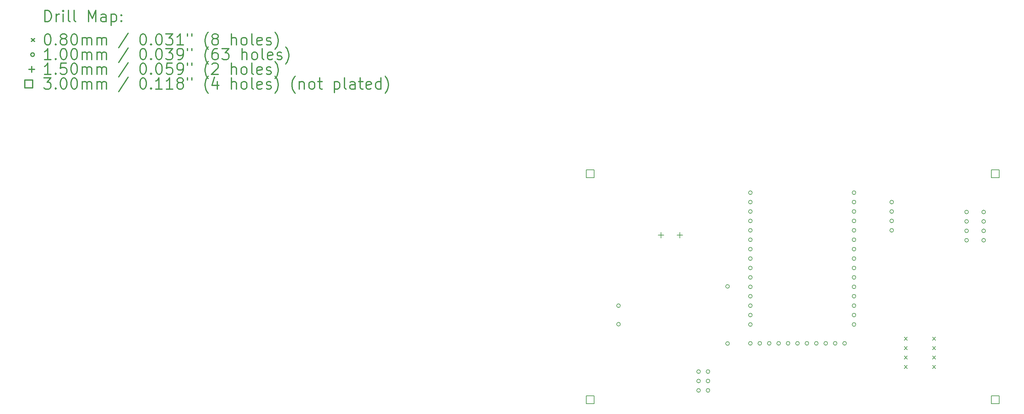
<source format=gbr>
%FSLAX45Y45*%
G04 Gerber Fmt 4.5, Leading zero omitted, Abs format (unit mm)*
G04 Created by KiCad (PCBNEW (5.1.2)-1) date 2019-05-13 00:48:16*
%MOMM*%
%LPD*%
G04 APERTURE LIST*
%ADD10C,0.200000*%
%ADD11C,0.300000*%
G04 APERTURE END LIST*
D10*
X23455000Y-8977000D02*
X23535000Y-9057000D01*
X23535000Y-8977000D02*
X23455000Y-9057000D01*
X23455000Y-9231000D02*
X23535000Y-9311000D01*
X23535000Y-9231000D02*
X23455000Y-9311000D01*
X23455000Y-9485000D02*
X23535000Y-9565000D01*
X23535000Y-9485000D02*
X23455000Y-9565000D01*
X23455000Y-9739000D02*
X23535000Y-9819000D01*
X23535000Y-9739000D02*
X23455000Y-9819000D01*
X24217000Y-8977000D02*
X24297000Y-9057000D01*
X24297000Y-8977000D02*
X24217000Y-9057000D01*
X24217000Y-9231000D02*
X24297000Y-9311000D01*
X24297000Y-9231000D02*
X24217000Y-9311000D01*
X24217000Y-9485000D02*
X24297000Y-9565000D01*
X24297000Y-9485000D02*
X24217000Y-9565000D01*
X24217000Y-9739000D02*
X24297000Y-9819000D01*
X24297000Y-9739000D02*
X24217000Y-9819000D01*
X22148000Y-5080000D02*
G75*
G03X22148000Y-5080000I-50000J0D01*
G01*
X22148000Y-5334000D02*
G75*
G03X22148000Y-5334000I-50000J0D01*
G01*
X22148000Y-5588000D02*
G75*
G03X22148000Y-5588000I-50000J0D01*
G01*
X22148000Y-5842000D02*
G75*
G03X22148000Y-5842000I-50000J0D01*
G01*
X22148000Y-6096000D02*
G75*
G03X22148000Y-6096000I-50000J0D01*
G01*
X22148000Y-6350000D02*
G75*
G03X22148000Y-6350000I-50000J0D01*
G01*
X22148000Y-6604000D02*
G75*
G03X22148000Y-6604000I-50000J0D01*
G01*
X22148000Y-6858000D02*
G75*
G03X22148000Y-6858000I-50000J0D01*
G01*
X22148000Y-7112000D02*
G75*
G03X22148000Y-7112000I-50000J0D01*
G01*
X22148000Y-7366000D02*
G75*
G03X22148000Y-7366000I-50000J0D01*
G01*
X22148000Y-7620000D02*
G75*
G03X22148000Y-7620000I-50000J0D01*
G01*
X22148000Y-7874000D02*
G75*
G03X22148000Y-7874000I-50000J0D01*
G01*
X22148000Y-8128000D02*
G75*
G03X22148000Y-8128000I-50000J0D01*
G01*
X22148000Y-8382000D02*
G75*
G03X22148000Y-8382000I-50000J0D01*
G01*
X22148000Y-8636000D02*
G75*
G03X22148000Y-8636000I-50000J0D01*
G01*
X19354000Y-9144000D02*
G75*
G03X19354000Y-9144000I-50000J0D01*
G01*
X19608000Y-9144000D02*
G75*
G03X19608000Y-9144000I-50000J0D01*
G01*
X19862000Y-9144000D02*
G75*
G03X19862000Y-9144000I-50000J0D01*
G01*
X20116000Y-9144000D02*
G75*
G03X20116000Y-9144000I-50000J0D01*
G01*
X20370000Y-9144000D02*
G75*
G03X20370000Y-9144000I-50000J0D01*
G01*
X20624000Y-9144000D02*
G75*
G03X20624000Y-9144000I-50000J0D01*
G01*
X20878000Y-9144000D02*
G75*
G03X20878000Y-9144000I-50000J0D01*
G01*
X21132000Y-9144000D02*
G75*
G03X21132000Y-9144000I-50000J0D01*
G01*
X21386000Y-9144000D02*
G75*
G03X21386000Y-9144000I-50000J0D01*
G01*
X21640000Y-9144000D02*
G75*
G03X21640000Y-9144000I-50000J0D01*
G01*
X21894000Y-9144000D02*
G75*
G03X21894000Y-9144000I-50000J0D01*
G01*
X17957000Y-9906000D02*
G75*
G03X17957000Y-9906000I-50000J0D01*
G01*
X17957000Y-10160000D02*
G75*
G03X17957000Y-10160000I-50000J0D01*
G01*
X17957000Y-10414000D02*
G75*
G03X17957000Y-10414000I-50000J0D01*
G01*
X18211000Y-9906000D02*
G75*
G03X18211000Y-9906000I-50000J0D01*
G01*
X18211000Y-10160000D02*
G75*
G03X18211000Y-10160000I-50000J0D01*
G01*
X18211000Y-10414000D02*
G75*
G03X18211000Y-10414000I-50000J0D01*
G01*
X25643300Y-5600700D02*
G75*
G03X25643300Y-5600700I-50000J0D01*
G01*
X25643300Y-5854700D02*
G75*
G03X25643300Y-5854700I-50000J0D01*
G01*
X25643300Y-6108700D02*
G75*
G03X25643300Y-6108700I-50000J0D01*
G01*
X25643300Y-6362700D02*
G75*
G03X25643300Y-6362700I-50000J0D01*
G01*
X23164000Y-5334000D02*
G75*
G03X23164000Y-5334000I-50000J0D01*
G01*
X23164000Y-5588000D02*
G75*
G03X23164000Y-5588000I-50000J0D01*
G01*
X23164000Y-5842000D02*
G75*
G03X23164000Y-5842000I-50000J0D01*
G01*
X23164000Y-6096000D02*
G75*
G03X23164000Y-6096000I-50000J0D01*
G01*
X19354000Y-5080000D02*
G75*
G03X19354000Y-5080000I-50000J0D01*
G01*
X19354000Y-5334000D02*
G75*
G03X19354000Y-5334000I-50000J0D01*
G01*
X19354000Y-5588000D02*
G75*
G03X19354000Y-5588000I-50000J0D01*
G01*
X19354000Y-5842000D02*
G75*
G03X19354000Y-5842000I-50000J0D01*
G01*
X19354000Y-6096000D02*
G75*
G03X19354000Y-6096000I-50000J0D01*
G01*
X19354000Y-6350000D02*
G75*
G03X19354000Y-6350000I-50000J0D01*
G01*
X19354000Y-6604000D02*
G75*
G03X19354000Y-6604000I-50000J0D01*
G01*
X19354000Y-6858000D02*
G75*
G03X19354000Y-6858000I-50000J0D01*
G01*
X19354000Y-7112000D02*
G75*
G03X19354000Y-7112000I-50000J0D01*
G01*
X19354000Y-7366000D02*
G75*
G03X19354000Y-7366000I-50000J0D01*
G01*
X19354000Y-7620000D02*
G75*
G03X19354000Y-7620000I-50000J0D01*
G01*
X19354000Y-7874000D02*
G75*
G03X19354000Y-7874000I-50000J0D01*
G01*
X19354000Y-8128000D02*
G75*
G03X19354000Y-8128000I-50000J0D01*
G01*
X19354000Y-8382000D02*
G75*
G03X19354000Y-8382000I-50000J0D01*
G01*
X19354000Y-8636000D02*
G75*
G03X19354000Y-8636000I-50000J0D01*
G01*
X25183300Y-5600700D02*
G75*
G03X25183300Y-5600700I-50000J0D01*
G01*
X25183300Y-5854700D02*
G75*
G03X25183300Y-5854700I-50000J0D01*
G01*
X25183300Y-6108700D02*
G75*
G03X25183300Y-6108700I-50000J0D01*
G01*
X25183300Y-6362700D02*
G75*
G03X25183300Y-6362700I-50000J0D01*
G01*
X15798000Y-8128000D02*
G75*
G03X15798000Y-8128000I-50000J0D01*
G01*
X15798000Y-8628000D02*
G75*
G03X15798000Y-8628000I-50000J0D01*
G01*
X18738000Y-7608000D02*
G75*
G03X18738000Y-7608000I-50000J0D01*
G01*
X18738000Y-9148000D02*
G75*
G03X18738000Y-9148000I-50000J0D01*
G01*
X16891000Y-6147943D02*
X16891000Y-6298057D01*
X16815943Y-6223000D02*
X16966057Y-6223000D01*
X17399000Y-6147943D02*
X17399000Y-6298057D01*
X17323943Y-6223000D02*
X17474057Y-6223000D01*
X26014067Y-10774067D02*
X26014067Y-10561933D01*
X25801933Y-10561933D01*
X25801933Y-10774067D01*
X26014067Y-10774067D01*
X26014067Y-4678067D02*
X26014067Y-4465933D01*
X25801933Y-4465933D01*
X25801933Y-4678067D01*
X26014067Y-4678067D01*
X15092067Y-10774067D02*
X15092067Y-10561933D01*
X14879933Y-10561933D01*
X14879933Y-10774067D01*
X15092067Y-10774067D01*
X15092067Y-4678067D02*
X15092067Y-4465933D01*
X14879933Y-4465933D01*
X14879933Y-4678067D01*
X15092067Y-4678067D01*
D11*
X286429Y-465714D02*
X286429Y-165714D01*
X357857Y-165714D01*
X400714Y-180000D01*
X429286Y-208571D01*
X443571Y-237143D01*
X457857Y-294286D01*
X457857Y-337143D01*
X443571Y-394286D01*
X429286Y-422857D01*
X400714Y-451428D01*
X357857Y-465714D01*
X286429Y-465714D01*
X586429Y-465714D02*
X586429Y-265714D01*
X586429Y-322857D02*
X600714Y-294286D01*
X615000Y-280000D01*
X643571Y-265714D01*
X672143Y-265714D01*
X772143Y-465714D02*
X772143Y-265714D01*
X772143Y-165714D02*
X757857Y-180000D01*
X772143Y-194286D01*
X786428Y-180000D01*
X772143Y-165714D01*
X772143Y-194286D01*
X957857Y-465714D02*
X929286Y-451428D01*
X915000Y-422857D01*
X915000Y-165714D01*
X1115000Y-465714D02*
X1086429Y-451428D01*
X1072143Y-422857D01*
X1072143Y-165714D01*
X1457857Y-465714D02*
X1457857Y-165714D01*
X1557857Y-380000D01*
X1657857Y-165714D01*
X1657857Y-465714D01*
X1929286Y-465714D02*
X1929286Y-308571D01*
X1915000Y-280000D01*
X1886428Y-265714D01*
X1829286Y-265714D01*
X1800714Y-280000D01*
X1929286Y-451428D02*
X1900714Y-465714D01*
X1829286Y-465714D01*
X1800714Y-451428D01*
X1786428Y-422857D01*
X1786428Y-394286D01*
X1800714Y-365714D01*
X1829286Y-351428D01*
X1900714Y-351428D01*
X1929286Y-337143D01*
X2072143Y-265714D02*
X2072143Y-565714D01*
X2072143Y-280000D02*
X2100714Y-265714D01*
X2157857Y-265714D01*
X2186429Y-280000D01*
X2200714Y-294286D01*
X2215000Y-322857D01*
X2215000Y-408571D01*
X2200714Y-437143D01*
X2186429Y-451428D01*
X2157857Y-465714D01*
X2100714Y-465714D01*
X2072143Y-451428D01*
X2343571Y-437143D02*
X2357857Y-451428D01*
X2343571Y-465714D01*
X2329286Y-451428D01*
X2343571Y-437143D01*
X2343571Y-465714D01*
X2343571Y-280000D02*
X2357857Y-294286D01*
X2343571Y-308571D01*
X2329286Y-294286D01*
X2343571Y-280000D01*
X2343571Y-308571D01*
X-80000Y-920000D02*
X0Y-1000000D01*
X0Y-920000D02*
X-80000Y-1000000D01*
X343571Y-795714D02*
X372143Y-795714D01*
X400714Y-810000D01*
X415000Y-824286D01*
X429286Y-852857D01*
X443571Y-910000D01*
X443571Y-981428D01*
X429286Y-1038571D01*
X415000Y-1067143D01*
X400714Y-1081429D01*
X372143Y-1095714D01*
X343571Y-1095714D01*
X315000Y-1081429D01*
X300714Y-1067143D01*
X286429Y-1038571D01*
X272143Y-981428D01*
X272143Y-910000D01*
X286429Y-852857D01*
X300714Y-824286D01*
X315000Y-810000D01*
X343571Y-795714D01*
X572143Y-1067143D02*
X586429Y-1081429D01*
X572143Y-1095714D01*
X557857Y-1081429D01*
X572143Y-1067143D01*
X572143Y-1095714D01*
X757857Y-924286D02*
X729286Y-910000D01*
X715000Y-895714D01*
X700714Y-867143D01*
X700714Y-852857D01*
X715000Y-824286D01*
X729286Y-810000D01*
X757857Y-795714D01*
X815000Y-795714D01*
X843571Y-810000D01*
X857857Y-824286D01*
X872143Y-852857D01*
X872143Y-867143D01*
X857857Y-895714D01*
X843571Y-910000D01*
X815000Y-924286D01*
X757857Y-924286D01*
X729286Y-938571D01*
X715000Y-952857D01*
X700714Y-981428D01*
X700714Y-1038571D01*
X715000Y-1067143D01*
X729286Y-1081429D01*
X757857Y-1095714D01*
X815000Y-1095714D01*
X843571Y-1081429D01*
X857857Y-1067143D01*
X872143Y-1038571D01*
X872143Y-981428D01*
X857857Y-952857D01*
X843571Y-938571D01*
X815000Y-924286D01*
X1057857Y-795714D02*
X1086429Y-795714D01*
X1115000Y-810000D01*
X1129286Y-824286D01*
X1143571Y-852857D01*
X1157857Y-910000D01*
X1157857Y-981428D01*
X1143571Y-1038571D01*
X1129286Y-1067143D01*
X1115000Y-1081429D01*
X1086429Y-1095714D01*
X1057857Y-1095714D01*
X1029286Y-1081429D01*
X1015000Y-1067143D01*
X1000714Y-1038571D01*
X986428Y-981428D01*
X986428Y-910000D01*
X1000714Y-852857D01*
X1015000Y-824286D01*
X1029286Y-810000D01*
X1057857Y-795714D01*
X1286429Y-1095714D02*
X1286429Y-895714D01*
X1286429Y-924286D02*
X1300714Y-910000D01*
X1329286Y-895714D01*
X1372143Y-895714D01*
X1400714Y-910000D01*
X1415000Y-938571D01*
X1415000Y-1095714D01*
X1415000Y-938571D02*
X1429286Y-910000D01*
X1457857Y-895714D01*
X1500714Y-895714D01*
X1529286Y-910000D01*
X1543571Y-938571D01*
X1543571Y-1095714D01*
X1686428Y-1095714D02*
X1686428Y-895714D01*
X1686428Y-924286D02*
X1700714Y-910000D01*
X1729286Y-895714D01*
X1772143Y-895714D01*
X1800714Y-910000D01*
X1815000Y-938571D01*
X1815000Y-1095714D01*
X1815000Y-938571D02*
X1829286Y-910000D01*
X1857857Y-895714D01*
X1900714Y-895714D01*
X1929286Y-910000D01*
X1943571Y-938571D01*
X1943571Y-1095714D01*
X2529286Y-781428D02*
X2272143Y-1167143D01*
X2915000Y-795714D02*
X2943571Y-795714D01*
X2972143Y-810000D01*
X2986428Y-824286D01*
X3000714Y-852857D01*
X3015000Y-910000D01*
X3015000Y-981428D01*
X3000714Y-1038571D01*
X2986428Y-1067143D01*
X2972143Y-1081429D01*
X2943571Y-1095714D01*
X2915000Y-1095714D01*
X2886428Y-1081429D01*
X2872143Y-1067143D01*
X2857857Y-1038571D01*
X2843571Y-981428D01*
X2843571Y-910000D01*
X2857857Y-852857D01*
X2872143Y-824286D01*
X2886428Y-810000D01*
X2915000Y-795714D01*
X3143571Y-1067143D02*
X3157857Y-1081429D01*
X3143571Y-1095714D01*
X3129286Y-1081429D01*
X3143571Y-1067143D01*
X3143571Y-1095714D01*
X3343571Y-795714D02*
X3372143Y-795714D01*
X3400714Y-810000D01*
X3415000Y-824286D01*
X3429286Y-852857D01*
X3443571Y-910000D01*
X3443571Y-981428D01*
X3429286Y-1038571D01*
X3415000Y-1067143D01*
X3400714Y-1081429D01*
X3372143Y-1095714D01*
X3343571Y-1095714D01*
X3315000Y-1081429D01*
X3300714Y-1067143D01*
X3286428Y-1038571D01*
X3272143Y-981428D01*
X3272143Y-910000D01*
X3286428Y-852857D01*
X3300714Y-824286D01*
X3315000Y-810000D01*
X3343571Y-795714D01*
X3543571Y-795714D02*
X3729286Y-795714D01*
X3629286Y-910000D01*
X3672143Y-910000D01*
X3700714Y-924286D01*
X3715000Y-938571D01*
X3729286Y-967143D01*
X3729286Y-1038571D01*
X3715000Y-1067143D01*
X3700714Y-1081429D01*
X3672143Y-1095714D01*
X3586428Y-1095714D01*
X3557857Y-1081429D01*
X3543571Y-1067143D01*
X4015000Y-1095714D02*
X3843571Y-1095714D01*
X3929286Y-1095714D02*
X3929286Y-795714D01*
X3900714Y-838571D01*
X3872143Y-867143D01*
X3843571Y-881428D01*
X4129286Y-795714D02*
X4129286Y-852857D01*
X4243571Y-795714D02*
X4243571Y-852857D01*
X4686429Y-1210000D02*
X4672143Y-1195714D01*
X4643571Y-1152857D01*
X4629286Y-1124286D01*
X4615000Y-1081429D01*
X4600714Y-1010000D01*
X4600714Y-952857D01*
X4615000Y-881428D01*
X4629286Y-838571D01*
X4643571Y-810000D01*
X4672143Y-767143D01*
X4686429Y-752857D01*
X4843571Y-924286D02*
X4815000Y-910000D01*
X4800714Y-895714D01*
X4786429Y-867143D01*
X4786429Y-852857D01*
X4800714Y-824286D01*
X4815000Y-810000D01*
X4843571Y-795714D01*
X4900714Y-795714D01*
X4929286Y-810000D01*
X4943571Y-824286D01*
X4957857Y-852857D01*
X4957857Y-867143D01*
X4943571Y-895714D01*
X4929286Y-910000D01*
X4900714Y-924286D01*
X4843571Y-924286D01*
X4815000Y-938571D01*
X4800714Y-952857D01*
X4786429Y-981428D01*
X4786429Y-1038571D01*
X4800714Y-1067143D01*
X4815000Y-1081429D01*
X4843571Y-1095714D01*
X4900714Y-1095714D01*
X4929286Y-1081429D01*
X4943571Y-1067143D01*
X4957857Y-1038571D01*
X4957857Y-981428D01*
X4943571Y-952857D01*
X4929286Y-938571D01*
X4900714Y-924286D01*
X5315000Y-1095714D02*
X5315000Y-795714D01*
X5443571Y-1095714D02*
X5443571Y-938571D01*
X5429286Y-910000D01*
X5400714Y-895714D01*
X5357857Y-895714D01*
X5329286Y-910000D01*
X5315000Y-924286D01*
X5629286Y-1095714D02*
X5600714Y-1081429D01*
X5586429Y-1067143D01*
X5572143Y-1038571D01*
X5572143Y-952857D01*
X5586429Y-924286D01*
X5600714Y-910000D01*
X5629286Y-895714D01*
X5672143Y-895714D01*
X5700714Y-910000D01*
X5715000Y-924286D01*
X5729286Y-952857D01*
X5729286Y-1038571D01*
X5715000Y-1067143D01*
X5700714Y-1081429D01*
X5672143Y-1095714D01*
X5629286Y-1095714D01*
X5900714Y-1095714D02*
X5872143Y-1081429D01*
X5857857Y-1052857D01*
X5857857Y-795714D01*
X6129286Y-1081429D02*
X6100714Y-1095714D01*
X6043571Y-1095714D01*
X6015000Y-1081429D01*
X6000714Y-1052857D01*
X6000714Y-938571D01*
X6015000Y-910000D01*
X6043571Y-895714D01*
X6100714Y-895714D01*
X6129286Y-910000D01*
X6143571Y-938571D01*
X6143571Y-967143D01*
X6000714Y-995714D01*
X6257857Y-1081429D02*
X6286428Y-1095714D01*
X6343571Y-1095714D01*
X6372143Y-1081429D01*
X6386428Y-1052857D01*
X6386428Y-1038571D01*
X6372143Y-1010000D01*
X6343571Y-995714D01*
X6300714Y-995714D01*
X6272143Y-981428D01*
X6257857Y-952857D01*
X6257857Y-938571D01*
X6272143Y-910000D01*
X6300714Y-895714D01*
X6343571Y-895714D01*
X6372143Y-910000D01*
X6486428Y-1210000D02*
X6500714Y-1195714D01*
X6529286Y-1152857D01*
X6543571Y-1124286D01*
X6557857Y-1081429D01*
X6572143Y-1010000D01*
X6572143Y-952857D01*
X6557857Y-881428D01*
X6543571Y-838571D01*
X6529286Y-810000D01*
X6500714Y-767143D01*
X6486428Y-752857D01*
X0Y-1356000D02*
G75*
G03X0Y-1356000I-50000J0D01*
G01*
X443571Y-1491714D02*
X272143Y-1491714D01*
X357857Y-1491714D02*
X357857Y-1191714D01*
X329286Y-1234571D01*
X300714Y-1263143D01*
X272143Y-1277429D01*
X572143Y-1463143D02*
X586429Y-1477428D01*
X572143Y-1491714D01*
X557857Y-1477428D01*
X572143Y-1463143D01*
X572143Y-1491714D01*
X772143Y-1191714D02*
X800714Y-1191714D01*
X829286Y-1206000D01*
X843571Y-1220286D01*
X857857Y-1248857D01*
X872143Y-1306000D01*
X872143Y-1377429D01*
X857857Y-1434571D01*
X843571Y-1463143D01*
X829286Y-1477428D01*
X800714Y-1491714D01*
X772143Y-1491714D01*
X743571Y-1477428D01*
X729286Y-1463143D01*
X715000Y-1434571D01*
X700714Y-1377429D01*
X700714Y-1306000D01*
X715000Y-1248857D01*
X729286Y-1220286D01*
X743571Y-1206000D01*
X772143Y-1191714D01*
X1057857Y-1191714D02*
X1086429Y-1191714D01*
X1115000Y-1206000D01*
X1129286Y-1220286D01*
X1143571Y-1248857D01*
X1157857Y-1306000D01*
X1157857Y-1377429D01*
X1143571Y-1434571D01*
X1129286Y-1463143D01*
X1115000Y-1477428D01*
X1086429Y-1491714D01*
X1057857Y-1491714D01*
X1029286Y-1477428D01*
X1015000Y-1463143D01*
X1000714Y-1434571D01*
X986428Y-1377429D01*
X986428Y-1306000D01*
X1000714Y-1248857D01*
X1015000Y-1220286D01*
X1029286Y-1206000D01*
X1057857Y-1191714D01*
X1286429Y-1491714D02*
X1286429Y-1291714D01*
X1286429Y-1320286D02*
X1300714Y-1306000D01*
X1329286Y-1291714D01*
X1372143Y-1291714D01*
X1400714Y-1306000D01*
X1415000Y-1334571D01*
X1415000Y-1491714D01*
X1415000Y-1334571D02*
X1429286Y-1306000D01*
X1457857Y-1291714D01*
X1500714Y-1291714D01*
X1529286Y-1306000D01*
X1543571Y-1334571D01*
X1543571Y-1491714D01*
X1686428Y-1491714D02*
X1686428Y-1291714D01*
X1686428Y-1320286D02*
X1700714Y-1306000D01*
X1729286Y-1291714D01*
X1772143Y-1291714D01*
X1800714Y-1306000D01*
X1815000Y-1334571D01*
X1815000Y-1491714D01*
X1815000Y-1334571D02*
X1829286Y-1306000D01*
X1857857Y-1291714D01*
X1900714Y-1291714D01*
X1929286Y-1306000D01*
X1943571Y-1334571D01*
X1943571Y-1491714D01*
X2529286Y-1177429D02*
X2272143Y-1563143D01*
X2915000Y-1191714D02*
X2943571Y-1191714D01*
X2972143Y-1206000D01*
X2986428Y-1220286D01*
X3000714Y-1248857D01*
X3015000Y-1306000D01*
X3015000Y-1377429D01*
X3000714Y-1434571D01*
X2986428Y-1463143D01*
X2972143Y-1477428D01*
X2943571Y-1491714D01*
X2915000Y-1491714D01*
X2886428Y-1477428D01*
X2872143Y-1463143D01*
X2857857Y-1434571D01*
X2843571Y-1377429D01*
X2843571Y-1306000D01*
X2857857Y-1248857D01*
X2872143Y-1220286D01*
X2886428Y-1206000D01*
X2915000Y-1191714D01*
X3143571Y-1463143D02*
X3157857Y-1477428D01*
X3143571Y-1491714D01*
X3129286Y-1477428D01*
X3143571Y-1463143D01*
X3143571Y-1491714D01*
X3343571Y-1191714D02*
X3372143Y-1191714D01*
X3400714Y-1206000D01*
X3415000Y-1220286D01*
X3429286Y-1248857D01*
X3443571Y-1306000D01*
X3443571Y-1377429D01*
X3429286Y-1434571D01*
X3415000Y-1463143D01*
X3400714Y-1477428D01*
X3372143Y-1491714D01*
X3343571Y-1491714D01*
X3315000Y-1477428D01*
X3300714Y-1463143D01*
X3286428Y-1434571D01*
X3272143Y-1377429D01*
X3272143Y-1306000D01*
X3286428Y-1248857D01*
X3300714Y-1220286D01*
X3315000Y-1206000D01*
X3343571Y-1191714D01*
X3543571Y-1191714D02*
X3729286Y-1191714D01*
X3629286Y-1306000D01*
X3672143Y-1306000D01*
X3700714Y-1320286D01*
X3715000Y-1334571D01*
X3729286Y-1363143D01*
X3729286Y-1434571D01*
X3715000Y-1463143D01*
X3700714Y-1477428D01*
X3672143Y-1491714D01*
X3586428Y-1491714D01*
X3557857Y-1477428D01*
X3543571Y-1463143D01*
X3872143Y-1491714D02*
X3929286Y-1491714D01*
X3957857Y-1477428D01*
X3972143Y-1463143D01*
X4000714Y-1420286D01*
X4015000Y-1363143D01*
X4015000Y-1248857D01*
X4000714Y-1220286D01*
X3986428Y-1206000D01*
X3957857Y-1191714D01*
X3900714Y-1191714D01*
X3872143Y-1206000D01*
X3857857Y-1220286D01*
X3843571Y-1248857D01*
X3843571Y-1320286D01*
X3857857Y-1348857D01*
X3872143Y-1363143D01*
X3900714Y-1377429D01*
X3957857Y-1377429D01*
X3986428Y-1363143D01*
X4000714Y-1348857D01*
X4015000Y-1320286D01*
X4129286Y-1191714D02*
X4129286Y-1248857D01*
X4243571Y-1191714D02*
X4243571Y-1248857D01*
X4686429Y-1606000D02*
X4672143Y-1591714D01*
X4643571Y-1548857D01*
X4629286Y-1520286D01*
X4615000Y-1477428D01*
X4600714Y-1406000D01*
X4600714Y-1348857D01*
X4615000Y-1277429D01*
X4629286Y-1234571D01*
X4643571Y-1206000D01*
X4672143Y-1163143D01*
X4686429Y-1148857D01*
X4929286Y-1191714D02*
X4872143Y-1191714D01*
X4843571Y-1206000D01*
X4829286Y-1220286D01*
X4800714Y-1263143D01*
X4786429Y-1320286D01*
X4786429Y-1434571D01*
X4800714Y-1463143D01*
X4815000Y-1477428D01*
X4843571Y-1491714D01*
X4900714Y-1491714D01*
X4929286Y-1477428D01*
X4943571Y-1463143D01*
X4957857Y-1434571D01*
X4957857Y-1363143D01*
X4943571Y-1334571D01*
X4929286Y-1320286D01*
X4900714Y-1306000D01*
X4843571Y-1306000D01*
X4815000Y-1320286D01*
X4800714Y-1334571D01*
X4786429Y-1363143D01*
X5057857Y-1191714D02*
X5243571Y-1191714D01*
X5143571Y-1306000D01*
X5186429Y-1306000D01*
X5215000Y-1320286D01*
X5229286Y-1334571D01*
X5243571Y-1363143D01*
X5243571Y-1434571D01*
X5229286Y-1463143D01*
X5215000Y-1477428D01*
X5186429Y-1491714D01*
X5100714Y-1491714D01*
X5072143Y-1477428D01*
X5057857Y-1463143D01*
X5600714Y-1491714D02*
X5600714Y-1191714D01*
X5729286Y-1491714D02*
X5729286Y-1334571D01*
X5715000Y-1306000D01*
X5686428Y-1291714D01*
X5643571Y-1291714D01*
X5615000Y-1306000D01*
X5600714Y-1320286D01*
X5915000Y-1491714D02*
X5886428Y-1477428D01*
X5872143Y-1463143D01*
X5857857Y-1434571D01*
X5857857Y-1348857D01*
X5872143Y-1320286D01*
X5886428Y-1306000D01*
X5915000Y-1291714D01*
X5957857Y-1291714D01*
X5986428Y-1306000D01*
X6000714Y-1320286D01*
X6015000Y-1348857D01*
X6015000Y-1434571D01*
X6000714Y-1463143D01*
X5986428Y-1477428D01*
X5957857Y-1491714D01*
X5915000Y-1491714D01*
X6186428Y-1491714D02*
X6157857Y-1477428D01*
X6143571Y-1448857D01*
X6143571Y-1191714D01*
X6415000Y-1477428D02*
X6386428Y-1491714D01*
X6329286Y-1491714D01*
X6300714Y-1477428D01*
X6286428Y-1448857D01*
X6286428Y-1334571D01*
X6300714Y-1306000D01*
X6329286Y-1291714D01*
X6386428Y-1291714D01*
X6415000Y-1306000D01*
X6429286Y-1334571D01*
X6429286Y-1363143D01*
X6286428Y-1391714D01*
X6543571Y-1477428D02*
X6572143Y-1491714D01*
X6629286Y-1491714D01*
X6657857Y-1477428D01*
X6672143Y-1448857D01*
X6672143Y-1434571D01*
X6657857Y-1406000D01*
X6629286Y-1391714D01*
X6586428Y-1391714D01*
X6557857Y-1377429D01*
X6543571Y-1348857D01*
X6543571Y-1334571D01*
X6557857Y-1306000D01*
X6586428Y-1291714D01*
X6629286Y-1291714D01*
X6657857Y-1306000D01*
X6772143Y-1606000D02*
X6786428Y-1591714D01*
X6815000Y-1548857D01*
X6829286Y-1520286D01*
X6843571Y-1477428D01*
X6857857Y-1406000D01*
X6857857Y-1348857D01*
X6843571Y-1277429D01*
X6829286Y-1234571D01*
X6815000Y-1206000D01*
X6786428Y-1163143D01*
X6772143Y-1148857D01*
X-75057Y-1676943D02*
X-75057Y-1827057D01*
X-150114Y-1752000D02*
X0Y-1752000D01*
X443571Y-1887714D02*
X272143Y-1887714D01*
X357857Y-1887714D02*
X357857Y-1587714D01*
X329286Y-1630571D01*
X300714Y-1659143D01*
X272143Y-1673428D01*
X572143Y-1859143D02*
X586429Y-1873428D01*
X572143Y-1887714D01*
X557857Y-1873428D01*
X572143Y-1859143D01*
X572143Y-1887714D01*
X857857Y-1587714D02*
X715000Y-1587714D01*
X700714Y-1730571D01*
X715000Y-1716286D01*
X743571Y-1702000D01*
X815000Y-1702000D01*
X843571Y-1716286D01*
X857857Y-1730571D01*
X872143Y-1759143D01*
X872143Y-1830571D01*
X857857Y-1859143D01*
X843571Y-1873428D01*
X815000Y-1887714D01*
X743571Y-1887714D01*
X715000Y-1873428D01*
X700714Y-1859143D01*
X1057857Y-1587714D02*
X1086429Y-1587714D01*
X1115000Y-1602000D01*
X1129286Y-1616286D01*
X1143571Y-1644857D01*
X1157857Y-1702000D01*
X1157857Y-1773428D01*
X1143571Y-1830571D01*
X1129286Y-1859143D01*
X1115000Y-1873428D01*
X1086429Y-1887714D01*
X1057857Y-1887714D01*
X1029286Y-1873428D01*
X1015000Y-1859143D01*
X1000714Y-1830571D01*
X986428Y-1773428D01*
X986428Y-1702000D01*
X1000714Y-1644857D01*
X1015000Y-1616286D01*
X1029286Y-1602000D01*
X1057857Y-1587714D01*
X1286429Y-1887714D02*
X1286429Y-1687714D01*
X1286429Y-1716286D02*
X1300714Y-1702000D01*
X1329286Y-1687714D01*
X1372143Y-1687714D01*
X1400714Y-1702000D01*
X1415000Y-1730571D01*
X1415000Y-1887714D01*
X1415000Y-1730571D02*
X1429286Y-1702000D01*
X1457857Y-1687714D01*
X1500714Y-1687714D01*
X1529286Y-1702000D01*
X1543571Y-1730571D01*
X1543571Y-1887714D01*
X1686428Y-1887714D02*
X1686428Y-1687714D01*
X1686428Y-1716286D02*
X1700714Y-1702000D01*
X1729286Y-1687714D01*
X1772143Y-1687714D01*
X1800714Y-1702000D01*
X1815000Y-1730571D01*
X1815000Y-1887714D01*
X1815000Y-1730571D02*
X1829286Y-1702000D01*
X1857857Y-1687714D01*
X1900714Y-1687714D01*
X1929286Y-1702000D01*
X1943571Y-1730571D01*
X1943571Y-1887714D01*
X2529286Y-1573428D02*
X2272143Y-1959143D01*
X2915000Y-1587714D02*
X2943571Y-1587714D01*
X2972143Y-1602000D01*
X2986428Y-1616286D01*
X3000714Y-1644857D01*
X3015000Y-1702000D01*
X3015000Y-1773428D01*
X3000714Y-1830571D01*
X2986428Y-1859143D01*
X2972143Y-1873428D01*
X2943571Y-1887714D01*
X2915000Y-1887714D01*
X2886428Y-1873428D01*
X2872143Y-1859143D01*
X2857857Y-1830571D01*
X2843571Y-1773428D01*
X2843571Y-1702000D01*
X2857857Y-1644857D01*
X2872143Y-1616286D01*
X2886428Y-1602000D01*
X2915000Y-1587714D01*
X3143571Y-1859143D02*
X3157857Y-1873428D01*
X3143571Y-1887714D01*
X3129286Y-1873428D01*
X3143571Y-1859143D01*
X3143571Y-1887714D01*
X3343571Y-1587714D02*
X3372143Y-1587714D01*
X3400714Y-1602000D01*
X3415000Y-1616286D01*
X3429286Y-1644857D01*
X3443571Y-1702000D01*
X3443571Y-1773428D01*
X3429286Y-1830571D01*
X3415000Y-1859143D01*
X3400714Y-1873428D01*
X3372143Y-1887714D01*
X3343571Y-1887714D01*
X3315000Y-1873428D01*
X3300714Y-1859143D01*
X3286428Y-1830571D01*
X3272143Y-1773428D01*
X3272143Y-1702000D01*
X3286428Y-1644857D01*
X3300714Y-1616286D01*
X3315000Y-1602000D01*
X3343571Y-1587714D01*
X3715000Y-1587714D02*
X3572143Y-1587714D01*
X3557857Y-1730571D01*
X3572143Y-1716286D01*
X3600714Y-1702000D01*
X3672143Y-1702000D01*
X3700714Y-1716286D01*
X3715000Y-1730571D01*
X3729286Y-1759143D01*
X3729286Y-1830571D01*
X3715000Y-1859143D01*
X3700714Y-1873428D01*
X3672143Y-1887714D01*
X3600714Y-1887714D01*
X3572143Y-1873428D01*
X3557857Y-1859143D01*
X3872143Y-1887714D02*
X3929286Y-1887714D01*
X3957857Y-1873428D01*
X3972143Y-1859143D01*
X4000714Y-1816286D01*
X4015000Y-1759143D01*
X4015000Y-1644857D01*
X4000714Y-1616286D01*
X3986428Y-1602000D01*
X3957857Y-1587714D01*
X3900714Y-1587714D01*
X3872143Y-1602000D01*
X3857857Y-1616286D01*
X3843571Y-1644857D01*
X3843571Y-1716286D01*
X3857857Y-1744857D01*
X3872143Y-1759143D01*
X3900714Y-1773428D01*
X3957857Y-1773428D01*
X3986428Y-1759143D01*
X4000714Y-1744857D01*
X4015000Y-1716286D01*
X4129286Y-1587714D02*
X4129286Y-1644857D01*
X4243571Y-1587714D02*
X4243571Y-1644857D01*
X4686429Y-2002000D02*
X4672143Y-1987714D01*
X4643571Y-1944857D01*
X4629286Y-1916286D01*
X4615000Y-1873428D01*
X4600714Y-1802000D01*
X4600714Y-1744857D01*
X4615000Y-1673428D01*
X4629286Y-1630571D01*
X4643571Y-1602000D01*
X4672143Y-1559143D01*
X4686429Y-1544857D01*
X4786429Y-1616286D02*
X4800714Y-1602000D01*
X4829286Y-1587714D01*
X4900714Y-1587714D01*
X4929286Y-1602000D01*
X4943571Y-1616286D01*
X4957857Y-1644857D01*
X4957857Y-1673428D01*
X4943571Y-1716286D01*
X4772143Y-1887714D01*
X4957857Y-1887714D01*
X5315000Y-1887714D02*
X5315000Y-1587714D01*
X5443571Y-1887714D02*
X5443571Y-1730571D01*
X5429286Y-1702000D01*
X5400714Y-1687714D01*
X5357857Y-1687714D01*
X5329286Y-1702000D01*
X5315000Y-1716286D01*
X5629286Y-1887714D02*
X5600714Y-1873428D01*
X5586429Y-1859143D01*
X5572143Y-1830571D01*
X5572143Y-1744857D01*
X5586429Y-1716286D01*
X5600714Y-1702000D01*
X5629286Y-1687714D01*
X5672143Y-1687714D01*
X5700714Y-1702000D01*
X5715000Y-1716286D01*
X5729286Y-1744857D01*
X5729286Y-1830571D01*
X5715000Y-1859143D01*
X5700714Y-1873428D01*
X5672143Y-1887714D01*
X5629286Y-1887714D01*
X5900714Y-1887714D02*
X5872143Y-1873428D01*
X5857857Y-1844857D01*
X5857857Y-1587714D01*
X6129286Y-1873428D02*
X6100714Y-1887714D01*
X6043571Y-1887714D01*
X6015000Y-1873428D01*
X6000714Y-1844857D01*
X6000714Y-1730571D01*
X6015000Y-1702000D01*
X6043571Y-1687714D01*
X6100714Y-1687714D01*
X6129286Y-1702000D01*
X6143571Y-1730571D01*
X6143571Y-1759143D01*
X6000714Y-1787714D01*
X6257857Y-1873428D02*
X6286428Y-1887714D01*
X6343571Y-1887714D01*
X6372143Y-1873428D01*
X6386428Y-1844857D01*
X6386428Y-1830571D01*
X6372143Y-1802000D01*
X6343571Y-1787714D01*
X6300714Y-1787714D01*
X6272143Y-1773428D01*
X6257857Y-1744857D01*
X6257857Y-1730571D01*
X6272143Y-1702000D01*
X6300714Y-1687714D01*
X6343571Y-1687714D01*
X6372143Y-1702000D01*
X6486428Y-2002000D02*
X6500714Y-1987714D01*
X6529286Y-1944857D01*
X6543571Y-1916286D01*
X6557857Y-1873428D01*
X6572143Y-1802000D01*
X6572143Y-1744857D01*
X6557857Y-1673428D01*
X6543571Y-1630571D01*
X6529286Y-1602000D01*
X6500714Y-1559143D01*
X6486428Y-1544857D01*
X-43933Y-2254067D02*
X-43933Y-2041933D01*
X-256067Y-2041933D01*
X-256067Y-2254067D01*
X-43933Y-2254067D01*
X257857Y-1983714D02*
X443571Y-1983714D01*
X343571Y-2098000D01*
X386428Y-2098000D01*
X415000Y-2112286D01*
X429286Y-2126571D01*
X443571Y-2155143D01*
X443571Y-2226571D01*
X429286Y-2255143D01*
X415000Y-2269429D01*
X386428Y-2283714D01*
X300714Y-2283714D01*
X272143Y-2269429D01*
X257857Y-2255143D01*
X572143Y-2255143D02*
X586429Y-2269429D01*
X572143Y-2283714D01*
X557857Y-2269429D01*
X572143Y-2255143D01*
X572143Y-2283714D01*
X772143Y-1983714D02*
X800714Y-1983714D01*
X829286Y-1998000D01*
X843571Y-2012286D01*
X857857Y-2040857D01*
X872143Y-2098000D01*
X872143Y-2169429D01*
X857857Y-2226571D01*
X843571Y-2255143D01*
X829286Y-2269429D01*
X800714Y-2283714D01*
X772143Y-2283714D01*
X743571Y-2269429D01*
X729286Y-2255143D01*
X715000Y-2226571D01*
X700714Y-2169429D01*
X700714Y-2098000D01*
X715000Y-2040857D01*
X729286Y-2012286D01*
X743571Y-1998000D01*
X772143Y-1983714D01*
X1057857Y-1983714D02*
X1086429Y-1983714D01*
X1115000Y-1998000D01*
X1129286Y-2012286D01*
X1143571Y-2040857D01*
X1157857Y-2098000D01*
X1157857Y-2169429D01*
X1143571Y-2226571D01*
X1129286Y-2255143D01*
X1115000Y-2269429D01*
X1086429Y-2283714D01*
X1057857Y-2283714D01*
X1029286Y-2269429D01*
X1015000Y-2255143D01*
X1000714Y-2226571D01*
X986428Y-2169429D01*
X986428Y-2098000D01*
X1000714Y-2040857D01*
X1015000Y-2012286D01*
X1029286Y-1998000D01*
X1057857Y-1983714D01*
X1286429Y-2283714D02*
X1286429Y-2083714D01*
X1286429Y-2112286D02*
X1300714Y-2098000D01*
X1329286Y-2083714D01*
X1372143Y-2083714D01*
X1400714Y-2098000D01*
X1415000Y-2126571D01*
X1415000Y-2283714D01*
X1415000Y-2126571D02*
X1429286Y-2098000D01*
X1457857Y-2083714D01*
X1500714Y-2083714D01*
X1529286Y-2098000D01*
X1543571Y-2126571D01*
X1543571Y-2283714D01*
X1686428Y-2283714D02*
X1686428Y-2083714D01*
X1686428Y-2112286D02*
X1700714Y-2098000D01*
X1729286Y-2083714D01*
X1772143Y-2083714D01*
X1800714Y-2098000D01*
X1815000Y-2126571D01*
X1815000Y-2283714D01*
X1815000Y-2126571D02*
X1829286Y-2098000D01*
X1857857Y-2083714D01*
X1900714Y-2083714D01*
X1929286Y-2098000D01*
X1943571Y-2126571D01*
X1943571Y-2283714D01*
X2529286Y-1969428D02*
X2272143Y-2355143D01*
X2915000Y-1983714D02*
X2943571Y-1983714D01*
X2972143Y-1998000D01*
X2986428Y-2012286D01*
X3000714Y-2040857D01*
X3015000Y-2098000D01*
X3015000Y-2169429D01*
X3000714Y-2226571D01*
X2986428Y-2255143D01*
X2972143Y-2269429D01*
X2943571Y-2283714D01*
X2915000Y-2283714D01*
X2886428Y-2269429D01*
X2872143Y-2255143D01*
X2857857Y-2226571D01*
X2843571Y-2169429D01*
X2843571Y-2098000D01*
X2857857Y-2040857D01*
X2872143Y-2012286D01*
X2886428Y-1998000D01*
X2915000Y-1983714D01*
X3143571Y-2255143D02*
X3157857Y-2269429D01*
X3143571Y-2283714D01*
X3129286Y-2269429D01*
X3143571Y-2255143D01*
X3143571Y-2283714D01*
X3443571Y-2283714D02*
X3272143Y-2283714D01*
X3357857Y-2283714D02*
X3357857Y-1983714D01*
X3329286Y-2026571D01*
X3300714Y-2055143D01*
X3272143Y-2069428D01*
X3729286Y-2283714D02*
X3557857Y-2283714D01*
X3643571Y-2283714D02*
X3643571Y-1983714D01*
X3615000Y-2026571D01*
X3586428Y-2055143D01*
X3557857Y-2069428D01*
X3900714Y-2112286D02*
X3872143Y-2098000D01*
X3857857Y-2083714D01*
X3843571Y-2055143D01*
X3843571Y-2040857D01*
X3857857Y-2012286D01*
X3872143Y-1998000D01*
X3900714Y-1983714D01*
X3957857Y-1983714D01*
X3986428Y-1998000D01*
X4000714Y-2012286D01*
X4015000Y-2040857D01*
X4015000Y-2055143D01*
X4000714Y-2083714D01*
X3986428Y-2098000D01*
X3957857Y-2112286D01*
X3900714Y-2112286D01*
X3872143Y-2126571D01*
X3857857Y-2140857D01*
X3843571Y-2169429D01*
X3843571Y-2226571D01*
X3857857Y-2255143D01*
X3872143Y-2269429D01*
X3900714Y-2283714D01*
X3957857Y-2283714D01*
X3986428Y-2269429D01*
X4000714Y-2255143D01*
X4015000Y-2226571D01*
X4015000Y-2169429D01*
X4000714Y-2140857D01*
X3986428Y-2126571D01*
X3957857Y-2112286D01*
X4129286Y-1983714D02*
X4129286Y-2040857D01*
X4243571Y-1983714D02*
X4243571Y-2040857D01*
X4686429Y-2398000D02*
X4672143Y-2383714D01*
X4643571Y-2340857D01*
X4629286Y-2312286D01*
X4615000Y-2269429D01*
X4600714Y-2198000D01*
X4600714Y-2140857D01*
X4615000Y-2069428D01*
X4629286Y-2026571D01*
X4643571Y-1998000D01*
X4672143Y-1955143D01*
X4686429Y-1940857D01*
X4929286Y-2083714D02*
X4929286Y-2283714D01*
X4857857Y-1969428D02*
X4786429Y-2183714D01*
X4972143Y-2183714D01*
X5315000Y-2283714D02*
X5315000Y-1983714D01*
X5443571Y-2283714D02*
X5443571Y-2126571D01*
X5429286Y-2098000D01*
X5400714Y-2083714D01*
X5357857Y-2083714D01*
X5329286Y-2098000D01*
X5315000Y-2112286D01*
X5629286Y-2283714D02*
X5600714Y-2269429D01*
X5586429Y-2255143D01*
X5572143Y-2226571D01*
X5572143Y-2140857D01*
X5586429Y-2112286D01*
X5600714Y-2098000D01*
X5629286Y-2083714D01*
X5672143Y-2083714D01*
X5700714Y-2098000D01*
X5715000Y-2112286D01*
X5729286Y-2140857D01*
X5729286Y-2226571D01*
X5715000Y-2255143D01*
X5700714Y-2269429D01*
X5672143Y-2283714D01*
X5629286Y-2283714D01*
X5900714Y-2283714D02*
X5872143Y-2269429D01*
X5857857Y-2240857D01*
X5857857Y-1983714D01*
X6129286Y-2269429D02*
X6100714Y-2283714D01*
X6043571Y-2283714D01*
X6015000Y-2269429D01*
X6000714Y-2240857D01*
X6000714Y-2126571D01*
X6015000Y-2098000D01*
X6043571Y-2083714D01*
X6100714Y-2083714D01*
X6129286Y-2098000D01*
X6143571Y-2126571D01*
X6143571Y-2155143D01*
X6000714Y-2183714D01*
X6257857Y-2269429D02*
X6286428Y-2283714D01*
X6343571Y-2283714D01*
X6372143Y-2269429D01*
X6386428Y-2240857D01*
X6386428Y-2226571D01*
X6372143Y-2198000D01*
X6343571Y-2183714D01*
X6300714Y-2183714D01*
X6272143Y-2169429D01*
X6257857Y-2140857D01*
X6257857Y-2126571D01*
X6272143Y-2098000D01*
X6300714Y-2083714D01*
X6343571Y-2083714D01*
X6372143Y-2098000D01*
X6486428Y-2398000D02*
X6500714Y-2383714D01*
X6529286Y-2340857D01*
X6543571Y-2312286D01*
X6557857Y-2269429D01*
X6572143Y-2198000D01*
X6572143Y-2140857D01*
X6557857Y-2069428D01*
X6543571Y-2026571D01*
X6529286Y-1998000D01*
X6500714Y-1955143D01*
X6486428Y-1940857D01*
X7029286Y-2398000D02*
X7015000Y-2383714D01*
X6986428Y-2340857D01*
X6972143Y-2312286D01*
X6957857Y-2269429D01*
X6943571Y-2198000D01*
X6943571Y-2140857D01*
X6957857Y-2069428D01*
X6972143Y-2026571D01*
X6986428Y-1998000D01*
X7015000Y-1955143D01*
X7029286Y-1940857D01*
X7143571Y-2083714D02*
X7143571Y-2283714D01*
X7143571Y-2112286D02*
X7157857Y-2098000D01*
X7186428Y-2083714D01*
X7229286Y-2083714D01*
X7257857Y-2098000D01*
X7272143Y-2126571D01*
X7272143Y-2283714D01*
X7457857Y-2283714D02*
X7429286Y-2269429D01*
X7415000Y-2255143D01*
X7400714Y-2226571D01*
X7400714Y-2140857D01*
X7415000Y-2112286D01*
X7429286Y-2098000D01*
X7457857Y-2083714D01*
X7500714Y-2083714D01*
X7529286Y-2098000D01*
X7543571Y-2112286D01*
X7557857Y-2140857D01*
X7557857Y-2226571D01*
X7543571Y-2255143D01*
X7529286Y-2269429D01*
X7500714Y-2283714D01*
X7457857Y-2283714D01*
X7643571Y-2083714D02*
X7757857Y-2083714D01*
X7686428Y-1983714D02*
X7686428Y-2240857D01*
X7700714Y-2269429D01*
X7729286Y-2283714D01*
X7757857Y-2283714D01*
X8086428Y-2083714D02*
X8086428Y-2383714D01*
X8086428Y-2098000D02*
X8115000Y-2083714D01*
X8172143Y-2083714D01*
X8200714Y-2098000D01*
X8215000Y-2112286D01*
X8229286Y-2140857D01*
X8229286Y-2226571D01*
X8215000Y-2255143D01*
X8200714Y-2269429D01*
X8172143Y-2283714D01*
X8115000Y-2283714D01*
X8086428Y-2269429D01*
X8400714Y-2283714D02*
X8372143Y-2269429D01*
X8357857Y-2240857D01*
X8357857Y-1983714D01*
X8643571Y-2283714D02*
X8643571Y-2126571D01*
X8629286Y-2098000D01*
X8600714Y-2083714D01*
X8543571Y-2083714D01*
X8515000Y-2098000D01*
X8643571Y-2269429D02*
X8615000Y-2283714D01*
X8543571Y-2283714D01*
X8515000Y-2269429D01*
X8500714Y-2240857D01*
X8500714Y-2212286D01*
X8515000Y-2183714D01*
X8543571Y-2169429D01*
X8615000Y-2169429D01*
X8643571Y-2155143D01*
X8743571Y-2083714D02*
X8857857Y-2083714D01*
X8786429Y-1983714D02*
X8786429Y-2240857D01*
X8800714Y-2269429D01*
X8829286Y-2283714D01*
X8857857Y-2283714D01*
X9072143Y-2269429D02*
X9043571Y-2283714D01*
X8986429Y-2283714D01*
X8957857Y-2269429D01*
X8943571Y-2240857D01*
X8943571Y-2126571D01*
X8957857Y-2098000D01*
X8986429Y-2083714D01*
X9043571Y-2083714D01*
X9072143Y-2098000D01*
X9086429Y-2126571D01*
X9086429Y-2155143D01*
X8943571Y-2183714D01*
X9343571Y-2283714D02*
X9343571Y-1983714D01*
X9343571Y-2269429D02*
X9315000Y-2283714D01*
X9257857Y-2283714D01*
X9229286Y-2269429D01*
X9215000Y-2255143D01*
X9200714Y-2226571D01*
X9200714Y-2140857D01*
X9215000Y-2112286D01*
X9229286Y-2098000D01*
X9257857Y-2083714D01*
X9315000Y-2083714D01*
X9343571Y-2098000D01*
X9457857Y-2398000D02*
X9472143Y-2383714D01*
X9500714Y-2340857D01*
X9515000Y-2312286D01*
X9529286Y-2269429D01*
X9543571Y-2198000D01*
X9543571Y-2140857D01*
X9529286Y-2069428D01*
X9515000Y-2026571D01*
X9500714Y-1998000D01*
X9472143Y-1955143D01*
X9457857Y-1940857D01*
M02*

</source>
